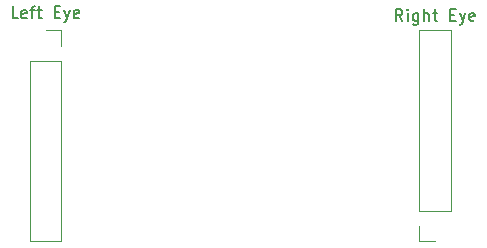
<source format=gbr>
G04 #@! TF.GenerationSoftware,KiCad,Pcbnew,(6.0.4)*
G04 #@! TF.CreationDate,2022-04-30T09:59:48+01:00*
G04 #@! TF.ProjectId,ANI_mirror_mask,414e495f-6d69-4727-926f-725f6d61736b,1.0*
G04 #@! TF.SameCoordinates,Original*
G04 #@! TF.FileFunction,Legend,Top*
G04 #@! TF.FilePolarity,Positive*
%FSLAX46Y46*%
G04 Gerber Fmt 4.6, Leading zero omitted, Abs format (unit mm)*
G04 Created by KiCad (PCBNEW (6.0.4)) date 2022-04-30 09:59:48*
%MOMM*%
%LPD*%
G01*
G04 APERTURE LIST*
%ADD10C,0.150000*%
%ADD11C,0.120000*%
G04 APERTURE END LIST*
D10*
X131213666Y-99870380D02*
X130737476Y-99870380D01*
X130737476Y-98870380D01*
X131927952Y-99822761D02*
X131832714Y-99870380D01*
X131642238Y-99870380D01*
X131547000Y-99822761D01*
X131499380Y-99727523D01*
X131499380Y-99346571D01*
X131547000Y-99251333D01*
X131642238Y-99203714D01*
X131832714Y-99203714D01*
X131927952Y-99251333D01*
X131975571Y-99346571D01*
X131975571Y-99441809D01*
X131499380Y-99537047D01*
X132261285Y-99203714D02*
X132642238Y-99203714D01*
X132404142Y-99870380D02*
X132404142Y-99013238D01*
X132451761Y-98918000D01*
X132547000Y-98870380D01*
X132642238Y-98870380D01*
X132832714Y-99203714D02*
X133213666Y-99203714D01*
X132975571Y-98870380D02*
X132975571Y-99727523D01*
X133023190Y-99822761D01*
X133118428Y-99870380D01*
X133213666Y-99870380D01*
X134308904Y-99346571D02*
X134642238Y-99346571D01*
X134785095Y-99870380D02*
X134308904Y-99870380D01*
X134308904Y-98870380D01*
X134785095Y-98870380D01*
X135118428Y-99203714D02*
X135356523Y-99870380D01*
X135594619Y-99203714D02*
X135356523Y-99870380D01*
X135261285Y-100108476D01*
X135213666Y-100156095D01*
X135118428Y-100203714D01*
X136356523Y-99822761D02*
X136261285Y-99870380D01*
X136070809Y-99870380D01*
X135975571Y-99822761D01*
X135927952Y-99727523D01*
X135927952Y-99346571D01*
X135975571Y-99251333D01*
X136070809Y-99203714D01*
X136261285Y-99203714D01*
X136356523Y-99251333D01*
X136404142Y-99346571D01*
X136404142Y-99441809D01*
X135927952Y-99537047D01*
X163755095Y-100100380D02*
X163421761Y-99624190D01*
X163183666Y-100100380D02*
X163183666Y-99100380D01*
X163564619Y-99100380D01*
X163659857Y-99148000D01*
X163707476Y-99195619D01*
X163755095Y-99290857D01*
X163755095Y-99433714D01*
X163707476Y-99528952D01*
X163659857Y-99576571D01*
X163564619Y-99624190D01*
X163183666Y-99624190D01*
X164183666Y-100100380D02*
X164183666Y-99433714D01*
X164183666Y-99100380D02*
X164136047Y-99148000D01*
X164183666Y-99195619D01*
X164231285Y-99148000D01*
X164183666Y-99100380D01*
X164183666Y-99195619D01*
X165088428Y-99433714D02*
X165088428Y-100243238D01*
X165040809Y-100338476D01*
X164993190Y-100386095D01*
X164897952Y-100433714D01*
X164755095Y-100433714D01*
X164659857Y-100386095D01*
X165088428Y-100052761D02*
X164993190Y-100100380D01*
X164802714Y-100100380D01*
X164707476Y-100052761D01*
X164659857Y-100005142D01*
X164612238Y-99909904D01*
X164612238Y-99624190D01*
X164659857Y-99528952D01*
X164707476Y-99481333D01*
X164802714Y-99433714D01*
X164993190Y-99433714D01*
X165088428Y-99481333D01*
X165564619Y-100100380D02*
X165564619Y-99100380D01*
X165993190Y-100100380D02*
X165993190Y-99576571D01*
X165945571Y-99481333D01*
X165850333Y-99433714D01*
X165707476Y-99433714D01*
X165612238Y-99481333D01*
X165564619Y-99528952D01*
X166326523Y-99433714D02*
X166707476Y-99433714D01*
X166469380Y-99100380D02*
X166469380Y-99957523D01*
X166517000Y-100052761D01*
X166612238Y-100100380D01*
X166707476Y-100100380D01*
X167802714Y-99576571D02*
X168136047Y-99576571D01*
X168278904Y-100100380D02*
X167802714Y-100100380D01*
X167802714Y-99100380D01*
X168278904Y-99100380D01*
X168612238Y-99433714D02*
X168850333Y-100100380D01*
X169088428Y-99433714D02*
X168850333Y-100100380D01*
X168755095Y-100338476D01*
X168707476Y-100386095D01*
X168612238Y-100433714D01*
X169850333Y-100052761D02*
X169755095Y-100100380D01*
X169564619Y-100100380D01*
X169469380Y-100052761D01*
X169421761Y-99957523D01*
X169421761Y-99576571D01*
X169469380Y-99481333D01*
X169564619Y-99433714D01*
X169755095Y-99433714D01*
X169850333Y-99481333D01*
X169897952Y-99576571D01*
X169897952Y-99671809D01*
X169421761Y-99767047D01*
D11*
X134877000Y-100858000D02*
X134877000Y-102188000D01*
X133547000Y-100858000D02*
X134877000Y-100858000D01*
X132217000Y-118758000D02*
X134877000Y-118758000D01*
X132217000Y-103458000D02*
X132217000Y-118758000D01*
X134877000Y-103458000D02*
X134877000Y-118758000D01*
X132217000Y-103458000D02*
X134877000Y-103458000D01*
X167847000Y-116158000D02*
X165187000Y-116158000D01*
X165187000Y-116158000D02*
X165187000Y-100858000D01*
X166517000Y-118758000D02*
X165187000Y-118758000D01*
X167847000Y-100858000D02*
X165187000Y-100858000D01*
X165187000Y-118758000D02*
X165187000Y-117428000D01*
X167847000Y-116158000D02*
X167847000Y-100858000D01*
M02*

</source>
